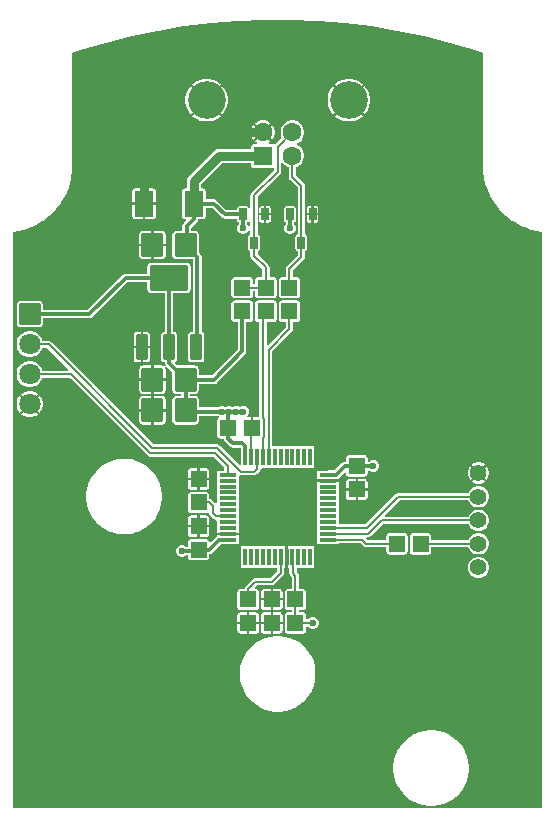
<source format=gtl>
G04*
G04 #@! TF.GenerationSoftware,Altium Limited,Altium Designer,22.3.1 (43)*
G04*
G04 Layer_Physical_Order=1*
G04 Layer_Color=255*
%FSLAX42Y42*%
%MOMM*%
G71*
G04*
G04 #@! TF.SameCoordinates,DE2D453C-2018-43DC-BA3E-C0A36525B8C9*
G04*
G04*
G04 #@! TF.FilePolarity,Positive*
G04*
G01*
G75*
%ADD11C,0.20*%
G04:AMPARAMS|DCode=13|XSize=1.4mm|YSize=1.4mm|CornerRadius=0.07mm|HoleSize=0mm|Usage=FLASHONLY|Rotation=270.000|XOffset=0mm|YOffset=0mm|HoleType=Round|Shape=RoundedRectangle|*
%AMROUNDEDRECTD13*
21,1,1.40,1.26,0,0,270.0*
21,1,1.26,1.40,0,0,270.0*
1,1,0.14,-0.63,-0.63*
1,1,0.14,-0.63,0.63*
1,1,0.14,0.63,0.63*
1,1,0.14,0.63,-0.63*
%
%ADD13ROUNDEDRECTD13*%
%ADD14R,1.45X0.30*%
%ADD15R,0.30X1.45*%
G04:AMPARAMS|DCode=16|XSize=1.4mm|YSize=1.4mm|CornerRadius=0.07mm|HoleSize=0mm|Usage=FLASHONLY|Rotation=0.000|XOffset=0mm|YOffset=0mm|HoleType=Round|Shape=RoundedRectangle|*
%AMROUNDEDRECTD16*
21,1,1.40,1.26,0,0,0.0*
21,1,1.26,1.40,0,0,0.0*
1,1,0.14,0.63,-0.63*
1,1,0.14,-0.63,-0.63*
1,1,0.14,-0.63,0.63*
1,1,0.14,0.63,0.63*
%
%ADD16ROUNDEDRECTD16*%
G04:AMPARAMS|DCode=17|XSize=2mm|YSize=1.8mm|CornerRadius=0.09mm|HoleSize=0mm|Usage=FLASHONLY|Rotation=90.000|XOffset=0mm|YOffset=0mm|HoleType=Round|Shape=RoundedRectangle|*
%AMROUNDEDRECTD17*
21,1,2.00,1.62,0,0,90.0*
21,1,1.82,1.80,0,0,90.0*
1,1,0.18,0.81,0.91*
1,1,0.18,0.81,-0.91*
1,1,0.18,-0.81,-0.91*
1,1,0.18,-0.81,0.91*
%
%ADD17ROUNDEDRECTD17*%
G04:AMPARAMS|DCode=18|XSize=3.25mm|YSize=2.15mm|CornerRadius=0.11mm|HoleSize=0mm|Usage=FLASHONLY|Rotation=180.000|XOffset=0mm|YOffset=0mm|HoleType=Round|Shape=RoundedRectangle|*
%AMROUNDEDRECTD18*
21,1,3.25,1.94,0,0,180.0*
21,1,3.04,2.15,0,0,180.0*
1,1,0.22,-1.52,0.97*
1,1,0.22,1.52,0.97*
1,1,0.22,1.52,-0.97*
1,1,0.22,-1.52,-0.97*
%
%ADD18ROUNDEDRECTD18*%
G04:AMPARAMS|DCode=19|XSize=1mm|YSize=2.15mm|CornerRadius=0.05mm|HoleSize=0mm|Usage=FLASHONLY|Rotation=180.000|XOffset=0mm|YOffset=0mm|HoleType=Round|Shape=RoundedRectangle|*
%AMROUNDEDRECTD19*
21,1,1.00,2.05,0,0,180.0*
21,1,0.90,2.15,0,0,180.0*
1,1,0.10,-0.45,1.02*
1,1,0.10,0.45,1.02*
1,1,0.10,0.45,-1.02*
1,1,0.10,-0.45,-1.02*
%
%ADD19ROUNDEDRECTD19*%
G04:AMPARAMS|DCode=20|XSize=2.2mm|YSize=1.6mm|CornerRadius=0.08mm|HoleSize=0mm|Usage=FLASHONLY|Rotation=270.000|XOffset=0mm|YOffset=0mm|HoleType=Round|Shape=RoundedRectangle|*
%AMROUNDEDRECTD20*
21,1,2.20,1.44,0,0,270.0*
21,1,2.04,1.60,0,0,270.0*
1,1,0.16,-0.72,-1.02*
1,1,0.16,-0.72,1.02*
1,1,0.16,0.72,1.02*
1,1,0.16,0.72,-1.02*
%
%ADD20ROUNDEDRECTD20*%
G04:AMPARAMS|DCode=21|XSize=0.6mm|YSize=1mm|CornerRadius=0.03mm|HoleSize=0mm|Usage=FLASHONLY|Rotation=0.000|XOffset=0mm|YOffset=0mm|HoleType=Round|Shape=RoundedRectangle|*
%AMROUNDEDRECTD21*
21,1,0.60,0.94,0,0,0.0*
21,1,0.54,1.00,0,0,0.0*
1,1,0.06,0.27,-0.47*
1,1,0.06,-0.27,-0.47*
1,1,0.06,-0.27,0.47*
1,1,0.06,0.27,0.47*
%
%ADD21ROUNDEDRECTD21*%
%ADD37C,0.30*%
%ADD38C,0.80*%
%ADD39C,1.80*%
G04:AMPARAMS|DCode=40|XSize=1.8mm|YSize=1.8mm|CornerRadius=0.09mm|HoleSize=0mm|Usage=FLASHONLY|Rotation=270.000|XOffset=0mm|YOffset=0mm|HoleType=Round|Shape=RoundedRectangle|*
%AMROUNDEDRECTD40*
21,1,1.80,1.62,0,0,270.0*
21,1,1.62,1.80,0,0,270.0*
1,1,0.18,-0.81,-0.81*
1,1,0.18,-0.81,0.81*
1,1,0.18,0.81,0.81*
1,1,0.18,0.81,-0.81*
%
%ADD40ROUNDEDRECTD40*%
G04:AMPARAMS|DCode=41|XSize=1.6mm|YSize=1.6mm|CornerRadius=0.08mm|HoleSize=0mm|Usage=FLASHONLY|Rotation=180.000|XOffset=0mm|YOffset=0mm|HoleType=Round|Shape=RoundedRectangle|*
%AMROUNDEDRECTD41*
21,1,1.60,1.44,0,0,180.0*
21,1,1.44,1.60,0,0,180.0*
1,1,0.16,-0.72,0.72*
1,1,0.16,0.72,0.72*
1,1,0.16,0.72,-0.72*
1,1,0.16,-0.72,-0.72*
%
%ADD41ROUNDEDRECTD41*%
%ADD42C,3.20*%
%ADD43C,1.60*%
%ADD44C,1.40*%
%ADD45C,0.60*%
G36*
X2413Y6739D02*
X2640Y6729D01*
X2866Y6711D01*
X3091Y6683D01*
X3314Y6646D01*
X3536Y6599D01*
X3756Y6543D01*
X3973Y6479D01*
X4039Y6456D01*
X4039Y5500D01*
X4039Y5499D01*
X4039Y5498D01*
X4040Y5465D01*
X4041Y5462D01*
X4040Y5459D01*
X4049Y5394D01*
X4050Y5391D01*
X4051Y5387D01*
X4067Y5323D01*
X4069Y5320D01*
X4070Y5316D01*
X4095Y5255D01*
X4097Y5252D01*
X4099Y5248D01*
X4131Y5192D01*
X4134Y5189D01*
X4136Y5185D01*
X4176Y5133D01*
X4179Y5130D01*
X4181Y5127D01*
X4227Y5081D01*
X4230Y5079D01*
X4233Y5076D01*
X4285Y5036D01*
X4289Y5034D01*
X4292Y5031D01*
X4348Y4999D01*
X4352Y4997D01*
X4355Y4995D01*
X4416Y4970D01*
X4420Y4969D01*
X4423Y4967D01*
X4487Y4951D01*
X4491Y4950D01*
X4494Y4949D01*
X4539Y4943D01*
Y61D01*
X61D01*
Y4943D01*
X106Y4949D01*
X109Y4950D01*
X113Y4951D01*
X177Y4967D01*
X180Y4969D01*
X184Y4970D01*
X245Y4995D01*
X248Y4997D01*
X252Y4999D01*
X308Y5031D01*
X311Y5034D01*
X315Y5036D01*
X367Y5076D01*
X370Y5079D01*
X373Y5081D01*
X419Y5127D01*
X421Y5130D01*
X424Y5133D01*
X464Y5185D01*
X466Y5189D01*
X469Y5192D01*
X501Y5248D01*
X503Y5252D01*
X505Y5255D01*
X530Y5316D01*
X531Y5320D01*
X533Y5323D01*
X549Y5387D01*
X550Y5391D01*
X551Y5394D01*
X560Y5459D01*
X559Y5462D01*
X560Y5465D01*
X561Y5498D01*
X561Y5499D01*
X561Y5500D01*
X561Y6456D01*
X627Y6479D01*
X844Y6543D01*
X1064Y6599D01*
X1286Y6646D01*
X1509Y6683D01*
X1734Y6711D01*
X1960Y6729D01*
X2187Y6739D01*
X2413Y6739D01*
D02*
G37*
%LPC*%
G36*
X2920Y6235D02*
X2884D01*
X2849Y6229D01*
X2817Y6215D01*
X2787Y6195D01*
X2782Y6190D01*
X2902Y6070D01*
X3022Y6190D01*
X3017Y6195D01*
X2987Y6215D01*
X2955Y6229D01*
X2920Y6235D01*
D02*
G37*
G36*
X1716D02*
X1680D01*
X1645Y6229D01*
X1613Y6215D01*
X1583Y6195D01*
X1578Y6190D01*
X1698Y6070D01*
X1818Y6190D01*
X1813Y6195D01*
X1783Y6215D01*
X1751Y6229D01*
X1716Y6235D01*
D02*
G37*
G36*
X2768Y6176D02*
X2762Y6170D01*
X2742Y6141D01*
X2729Y6108D01*
X2722Y6073D01*
Y6038D01*
X2729Y6003D01*
X2742Y5970D01*
X2762Y5941D01*
X2768Y5935D01*
X2888Y6056D01*
X2768Y6176D01*
D02*
G37*
G36*
X3036Y6176D02*
X2916Y6056D01*
X3036Y5935D01*
X3042Y5941D01*
X3062Y5970D01*
X3075Y6003D01*
X3082Y6038D01*
Y6073D01*
X3075Y6108D01*
X3062Y6141D01*
X3042Y6170D01*
X3036Y6176D01*
D02*
G37*
G36*
X1832Y6176D02*
X1712Y6056D01*
X1832Y5935D01*
X1838Y5941D01*
X1858Y5970D01*
X1871Y6003D01*
X1878Y6038D01*
Y6073D01*
X1871Y6108D01*
X1858Y6141D01*
X1838Y6170D01*
X1832Y6176D01*
D02*
G37*
G36*
X1564D02*
X1558Y6170D01*
X1538Y6141D01*
X1525Y6108D01*
X1518Y6073D01*
Y6038D01*
X1525Y6003D01*
X1538Y5970D01*
X1558Y5941D01*
X1564Y5935D01*
X1684Y6056D01*
X1564Y6176D01*
D02*
G37*
G36*
X2902Y6041D02*
X2782Y5921D01*
X2787Y5916D01*
X2817Y5896D01*
X2849Y5882D01*
X2884Y5876D01*
X2920D01*
X2955Y5882D01*
X2987Y5896D01*
X3017Y5916D01*
X3022Y5921D01*
X2902Y6041D01*
D02*
G37*
G36*
X1698Y6041D02*
X1578Y5921D01*
X1583Y5916D01*
X1613Y5896D01*
X1645Y5882D01*
X1680Y5876D01*
X1716D01*
X1751Y5882D01*
X1783Y5896D01*
X1813Y5916D01*
X1818Y5921D01*
X1698Y6041D01*
D02*
G37*
G36*
X2188Y5885D02*
X2162D01*
X2136Y5878D01*
X2114Y5865D01*
X2111Y5862D01*
X2175Y5799D01*
X2239Y5862D01*
X2236Y5865D01*
X2214Y5878D01*
X2188Y5885D01*
D02*
G37*
G36*
X2253Y5848D02*
X2189Y5784D01*
X2253Y5721D01*
X2255Y5723D01*
X2268Y5746D01*
X2275Y5771D01*
Y5798D01*
X2268Y5823D01*
X2255Y5846D01*
X2253Y5848D01*
D02*
G37*
G36*
X2097Y5848D02*
X2095Y5846D01*
X2082Y5823D01*
X2075Y5798D01*
Y5771D01*
X2082Y5746D01*
X2095Y5723D01*
X2097Y5721D01*
X2161Y5784D01*
X2097Y5848D01*
D02*
G37*
G36*
X2438Y5885D02*
X2412D01*
X2386Y5878D01*
X2364Y5865D01*
X2345Y5846D01*
X2332Y5823D01*
X2325Y5798D01*
Y5771D01*
X2332Y5746D01*
X2336Y5739D01*
X2279Y5682D01*
X2278Y5681D01*
X2262Y5680D01*
X2258Y5683D01*
X2247Y5685D01*
X2228D01*
X2225Y5698D01*
X2236Y5704D01*
X2239Y5707D01*
X2175Y5770D01*
X2111Y5707D01*
X2114Y5704D01*
X2125Y5698D01*
X2122Y5685D01*
X2103D01*
X2092Y5683D01*
X2083Y5677D01*
X2077Y5667D01*
X2074Y5656D01*
Y5646D01*
X1805D01*
X1781Y5641D01*
X1761Y5628D01*
X1547Y5413D01*
X1533Y5393D01*
X1529Y5370D01*
Y5311D01*
X1518D01*
X1507Y5308D01*
X1498Y5302D01*
X1492Y5293D01*
X1489Y5282D01*
Y5078D01*
X1492Y5067D01*
X1498Y5058D01*
X1507Y5052D01*
X1518Y5049D01*
X1522D01*
X1527Y5038D01*
X1505Y5015D01*
X1497Y5004D01*
X1494Y4990D01*
Y4951D01*
X1439D01*
X1428Y4948D01*
X1418Y4942D01*
X1412Y4932D01*
X1409Y4921D01*
Y4739D01*
X1412Y4728D01*
X1418Y4718D01*
X1428Y4712D01*
X1439Y4709D01*
X1584D01*
Y4095D01*
X1565D01*
X1555Y4094D01*
X1547Y4088D01*
X1541Y4080D01*
X1540Y4070D01*
Y3865D01*
X1541Y3855D01*
X1547Y3847D01*
X1555Y3841D01*
X1565Y3840D01*
X1655D01*
X1665Y3841D01*
X1673Y3847D01*
X1679Y3855D01*
X1680Y3865D01*
Y4070D01*
X1679Y4080D01*
X1673Y4088D01*
X1665Y4094D01*
X1656Y4095D01*
Y4730D01*
X1653Y4744D01*
X1645Y4755D01*
X1631Y4770D01*
Y4921D01*
X1628Y4932D01*
X1622Y4942D01*
X1612Y4948D01*
X1601Y4951D01*
X1566D01*
Y4975D01*
X1615Y5025D01*
X1623Y5036D01*
X1626Y5049D01*
X1662D01*
X1673Y5052D01*
X1682Y5058D01*
X1688Y5067D01*
X1691Y5078D01*
Y5144D01*
X1745D01*
X1825Y5065D01*
X1836Y5057D01*
X1850Y5054D01*
X1955D01*
Y5043D01*
X1956Y5034D01*
X1961Y5026D01*
X1969Y5021D01*
X1969Y5021D01*
Y5005D01*
X1963Y4998D01*
X1955Y4980D01*
Y4960D01*
X1963Y4942D01*
X1977Y4928D01*
X1995Y4920D01*
X2015D01*
X2033Y4928D01*
X2047Y4942D01*
X2055Y4960D01*
Y4980D01*
X2047Y4998D01*
X2041Y5005D01*
Y5021D01*
X2041Y5021D01*
X2049Y5026D01*
X2054Y5034D01*
X2055Y5043D01*
Y5137D01*
X2054Y5146D01*
X2049Y5154D01*
X2041Y5159D01*
X2032Y5160D01*
X1978D01*
X1969Y5159D01*
X1961Y5154D01*
X1956Y5146D01*
X1955Y5137D01*
Y5126D01*
X1865D01*
X1785Y5205D01*
X1774Y5213D01*
X1760Y5216D01*
X1691D01*
Y5282D01*
X1688Y5293D01*
X1682Y5302D01*
X1673Y5308D01*
X1662Y5311D01*
X1651D01*
Y5345D01*
X1830Y5523D01*
X2074D01*
Y5512D01*
X2077Y5502D01*
X2083Y5492D01*
X2092Y5486D01*
X2103Y5484D01*
X2247D01*
X2257Y5486D01*
X2259Y5486D01*
X2269Y5479D01*
Y5463D01*
X2078Y5272D01*
X2072Y5262D01*
X2069Y5250D01*
X2069Y5250D01*
Y4920D01*
X2064Y4919D01*
X2056Y4914D01*
X2051Y4906D01*
X2050Y4897D01*
Y4803D01*
X2051Y4794D01*
X2056Y4786D01*
X2064Y4781D01*
X2069Y4780D01*
Y4740D01*
X2069Y4740D01*
X2072Y4728D01*
X2078Y4718D01*
X2169Y4627D01*
Y4561D01*
X2137D01*
X2126Y4558D01*
X2118Y4552D01*
X2112Y4544D01*
X2109Y4533D01*
Y4501D01*
X2091D01*
Y4533D01*
X2088Y4544D01*
X2082Y4552D01*
X2074Y4558D01*
X2063Y4561D01*
X1937D01*
X1926Y4558D01*
X1918Y4552D01*
X1912Y4544D01*
X1909Y4533D01*
Y4407D01*
X1912Y4396D01*
X1918Y4388D01*
X1926Y4382D01*
X1937Y4379D01*
X2063D01*
X2074Y4382D01*
X2082Y4388D01*
X2088Y4396D01*
X2091Y4407D01*
Y4439D01*
X2109D01*
Y4407D01*
X2112Y4396D01*
X2118Y4388D01*
X2126Y4382D01*
X2137Y4379D01*
X2263D01*
X2274Y4382D01*
X2282Y4388D01*
X2288Y4396D01*
X2291Y4407D01*
Y4533D01*
X2288Y4544D01*
X2282Y4552D01*
X2274Y4558D01*
X2263Y4561D01*
X2231D01*
Y4640D01*
X2228Y4652D01*
X2222Y4662D01*
X2222Y4662D01*
X2131Y4753D01*
Y4780D01*
X2136Y4781D01*
X2144Y4786D01*
X2149Y4794D01*
X2150Y4803D01*
Y4897D01*
X2149Y4906D01*
X2144Y4914D01*
X2136Y4919D01*
X2131Y4920D01*
Y5237D01*
X2322Y5428D01*
X2322Y5428D01*
X2328Y5438D01*
X2331Y5450D01*
X2331Y5450D01*
Y5523D01*
X2343Y5526D01*
X2345Y5523D01*
X2364Y5504D01*
X2386Y5491D01*
X2394Y5489D01*
Y5405D01*
X2394Y5405D01*
X2397Y5393D01*
X2403Y5383D01*
X2469Y5317D01*
Y4920D01*
X2464Y4919D01*
X2456Y4914D01*
X2451Y4906D01*
X2450Y4897D01*
Y4803D01*
X2451Y4794D01*
X2456Y4786D01*
X2464Y4781D01*
X2469Y4780D01*
Y4743D01*
X2378Y4652D01*
X2372Y4642D01*
X2369Y4630D01*
X2369Y4630D01*
Y4561D01*
X2337D01*
X2326Y4558D01*
X2318Y4552D01*
X2312Y4544D01*
X2309Y4533D01*
Y4407D01*
X2312Y4396D01*
X2318Y4388D01*
X2326Y4382D01*
X2337Y4379D01*
X2463D01*
X2474Y4382D01*
X2482Y4388D01*
X2488Y4396D01*
X2491Y4407D01*
Y4533D01*
X2488Y4544D01*
X2482Y4552D01*
X2474Y4558D01*
X2463Y4561D01*
X2431D01*
Y4617D01*
X2522Y4708D01*
X2528Y4718D01*
X2531Y4730D01*
X2531Y4730D01*
Y4780D01*
X2536Y4781D01*
X2544Y4786D01*
X2549Y4794D01*
X2550Y4803D01*
Y4897D01*
X2549Y4906D01*
X2544Y4914D01*
X2536Y4919D01*
X2531Y4920D01*
Y5330D01*
X2528Y5342D01*
X2522Y5352D01*
X2522Y5352D01*
X2456Y5418D01*
Y5489D01*
X2464Y5491D01*
X2486Y5504D01*
X2505Y5523D01*
X2518Y5546D01*
X2525Y5571D01*
Y5598D01*
X2518Y5623D01*
X2505Y5646D01*
X2486Y5665D01*
X2464Y5678D01*
X2463Y5678D01*
Y5691D01*
X2464Y5691D01*
X2486Y5704D01*
X2505Y5723D01*
X2518Y5746D01*
X2525Y5771D01*
Y5798D01*
X2518Y5823D01*
X2505Y5846D01*
X2486Y5865D01*
X2464Y5878D01*
X2438Y5885D01*
D02*
G37*
G36*
X1242Y5311D02*
X1180D01*
Y5190D01*
X1271D01*
Y5282D01*
X1268Y5293D01*
X1262Y5302D01*
X1253Y5308D01*
X1242Y5311D01*
D02*
G37*
G36*
X1160D02*
X1098D01*
X1087Y5308D01*
X1078Y5302D01*
X1072Y5293D01*
X1069Y5282D01*
Y5190D01*
X1160D01*
Y5311D01*
D02*
G37*
G36*
X2622Y5160D02*
X2605D01*
Y5100D01*
X2645D01*
Y5137D01*
X2644Y5146D01*
X2639Y5154D01*
X2631Y5159D01*
X2622Y5160D01*
D02*
G37*
G36*
X2585D02*
X2568D01*
X2559Y5159D01*
X2551Y5154D01*
X2546Y5146D01*
X2545Y5137D01*
Y5100D01*
X2585D01*
Y5160D01*
D02*
G37*
G36*
X2222D02*
X2205D01*
Y5100D01*
X2245D01*
Y5137D01*
X2244Y5146D01*
X2239Y5154D01*
X2231Y5159D01*
X2222Y5160D01*
D02*
G37*
G36*
X2185D02*
X2168D01*
X2159Y5159D01*
X2151Y5154D01*
X2146Y5146D01*
X2145Y5137D01*
Y5100D01*
X2185D01*
Y5160D01*
D02*
G37*
G36*
X1271Y5170D02*
X1180D01*
Y5049D01*
X1242D01*
X1253Y5052D01*
X1262Y5058D01*
X1268Y5067D01*
X1271Y5078D01*
Y5170D01*
D02*
G37*
G36*
X1160D02*
X1069D01*
Y5078D01*
X1072Y5067D01*
X1078Y5058D01*
X1087Y5052D01*
X1098Y5049D01*
X1160D01*
Y5170D01*
D02*
G37*
G36*
X2645Y5080D02*
X2605D01*
Y5020D01*
X2622D01*
X2631Y5021D01*
X2639Y5026D01*
X2644Y5034D01*
X2645Y5043D01*
Y5080D01*
D02*
G37*
G36*
X2585D02*
X2545D01*
Y5043D01*
X2546Y5034D01*
X2551Y5026D01*
X2559Y5021D01*
X2568Y5020D01*
X2585D01*
Y5080D01*
D02*
G37*
G36*
X2245D02*
X2205D01*
Y5020D01*
X2222D01*
X2231Y5021D01*
X2239Y5026D01*
X2244Y5034D01*
X2245Y5043D01*
Y5080D01*
D02*
G37*
G36*
X2185D02*
X2145D01*
Y5043D01*
X2146Y5034D01*
X2151Y5026D01*
X2159Y5021D01*
X2168Y5020D01*
X2185D01*
Y5080D01*
D02*
G37*
G36*
X2432Y5160D02*
X2378D01*
X2369Y5159D01*
X2361Y5154D01*
X2356Y5146D01*
X2355Y5137D01*
Y5043D01*
X2356Y5034D01*
X2361Y5026D01*
X2369Y5021D01*
X2369Y5021D01*
Y5005D01*
X2363Y4998D01*
X2355Y4980D01*
Y4960D01*
X2363Y4942D01*
X2377Y4928D01*
X2395Y4920D01*
X2415D01*
X2433Y4928D01*
X2447Y4942D01*
X2455Y4960D01*
Y4980D01*
X2447Y4998D01*
X2441Y5005D01*
Y5021D01*
X2441Y5021D01*
X2449Y5026D01*
X2454Y5034D01*
X2455Y5043D01*
Y5137D01*
X2454Y5146D01*
X2449Y5154D01*
X2441Y5159D01*
X2432Y5160D01*
D02*
G37*
G36*
X1321Y4951D02*
X1250D01*
Y4840D01*
X1351D01*
Y4921D01*
X1348Y4932D01*
X1342Y4942D01*
X1332Y4948D01*
X1321Y4951D01*
D02*
G37*
G36*
X1230D02*
X1159D01*
X1148Y4948D01*
X1138Y4942D01*
X1132Y4932D01*
X1129Y4921D01*
Y4840D01*
X1230D01*
Y4951D01*
D02*
G37*
G36*
X1351Y4820D02*
X1250D01*
Y4709D01*
X1321D01*
X1332Y4712D01*
X1342Y4718D01*
X1348Y4728D01*
X1351Y4739D01*
Y4820D01*
D02*
G37*
G36*
X1230D02*
X1129D01*
Y4739D01*
X1132Y4728D01*
X1138Y4718D01*
X1148Y4712D01*
X1159Y4709D01*
X1230D01*
Y4820D01*
D02*
G37*
G36*
X1195Y4095D02*
X1160D01*
Y3978D01*
X1220D01*
Y4070D01*
X1219Y4080D01*
X1213Y4088D01*
X1205Y4094D01*
X1195Y4095D01*
D02*
G37*
G36*
X1140D02*
X1105D01*
X1095Y4094D01*
X1087Y4088D01*
X1081Y4080D01*
X1080Y4070D01*
Y3978D01*
X1140D01*
Y4095D01*
D02*
G37*
G36*
X1220Y3958D02*
X1160D01*
Y3840D01*
X1195D01*
X1205Y3841D01*
X1213Y3847D01*
X1219Y3855D01*
X1220Y3865D01*
Y3958D01*
D02*
G37*
G36*
X1140D02*
X1080D01*
Y3865D01*
X1081Y3855D01*
X1087Y3847D01*
X1095Y3841D01*
X1105Y3840D01*
X1140D01*
Y3958D01*
D02*
G37*
G36*
X1532Y4681D02*
X1228D01*
X1216Y4678D01*
X1206Y4671D01*
X1199Y4661D01*
X1197Y4649D01*
Y4588D01*
X1012D01*
X999Y4585D01*
X987Y4578D01*
X689Y4280D01*
X311D01*
Y4325D01*
X308Y4336D01*
X302Y4346D01*
X292Y4352D01*
X281Y4355D01*
X119D01*
X108Y4352D01*
X98Y4346D01*
X92Y4336D01*
X89Y4325D01*
Y4163D01*
X92Y4152D01*
X98Y4142D01*
X108Y4136D01*
X119Y4133D01*
X281D01*
X292Y4136D01*
X302Y4142D01*
X308Y4152D01*
X311Y4163D01*
Y4208D01*
X704D01*
X718Y4211D01*
X729Y4219D01*
X1027Y4517D01*
X1197D01*
Y4456D01*
X1199Y4444D01*
X1206Y4434D01*
X1216Y4427D01*
X1228Y4424D01*
X1344D01*
Y4095D01*
X1335D01*
X1325Y4094D01*
X1317Y4088D01*
X1311Y4080D01*
X1310Y4070D01*
Y3865D01*
X1311Y3855D01*
X1317Y3847D01*
X1325Y3841D01*
X1335Y3840D01*
X1344D01*
Y3830D01*
X1347Y3816D01*
X1352Y3810D01*
X1342Y3802D01*
X1338Y3804D01*
X1332Y3808D01*
X1321Y3811D01*
X1250D01*
Y3700D01*
X1351D01*
Y3781D01*
X1348Y3792D01*
X1348Y3792D01*
X1348Y3793D01*
X1347Y3796D01*
X1356Y3803D01*
X1360Y3800D01*
X1409Y3750D01*
Y3599D01*
X1412Y3588D01*
X1418Y3578D01*
X1428Y3572D01*
X1439Y3569D01*
X1484D01*
Y3551D01*
X1439D01*
X1428Y3548D01*
X1418Y3542D01*
X1412Y3532D01*
X1409Y3521D01*
Y3339D01*
X1412Y3328D01*
X1418Y3318D01*
X1428Y3312D01*
X1439Y3309D01*
X1601D01*
X1612Y3312D01*
X1622Y3318D01*
X1628Y3328D01*
X1631Y3339D01*
Y3384D01*
X1795D01*
X1800Y3379D01*
X1801Y3370D01*
X1800Y3364D01*
X1798Y3362D01*
X1792Y3354D01*
X1789Y3343D01*
Y3217D01*
X1792Y3206D01*
X1798Y3198D01*
X1806Y3192D01*
X1817Y3189D01*
X1844D01*
X1847Y3176D01*
X1855Y3165D01*
X1895Y3125D01*
X1906Y3117D01*
X1920Y3114D01*
X1985D01*
X1989Y3110D01*
Y3033D01*
X1990Y3029D01*
Y2970D01*
X1978Y2965D01*
X1812Y3132D01*
X1802Y3138D01*
X1790Y3141D01*
X1790Y3141D01*
X1253D01*
X382Y4012D01*
X372Y4018D01*
X360Y4021D01*
X360Y4021D01*
X306D01*
X303Y4032D01*
X288Y4058D01*
X268Y4078D01*
X242Y4093D01*
X214Y4100D01*
X186D01*
X158Y4093D01*
X132Y4078D01*
X112Y4058D01*
X97Y4032D01*
X90Y4004D01*
Y3976D01*
X97Y3948D01*
X112Y3922D01*
X132Y3902D01*
X158Y3887D01*
X186Y3880D01*
X214D01*
X242Y3887D01*
X268Y3902D01*
X288Y3922D01*
X303Y3948D01*
X306Y3959D01*
X347D01*
X528Y3778D01*
X524Y3767D01*
X306D01*
X303Y3778D01*
X288Y3804D01*
X268Y3824D01*
X242Y3839D01*
X214Y3846D01*
X186D01*
X158Y3839D01*
X132Y3824D01*
X112Y3804D01*
X97Y3778D01*
X90Y3750D01*
Y3722D01*
X97Y3694D01*
X112Y3668D01*
X132Y3648D01*
X158Y3633D01*
X186Y3626D01*
X214D01*
X242Y3633D01*
X268Y3648D01*
X288Y3668D01*
X303Y3694D01*
X306Y3705D01*
X541D01*
X1198Y3048D01*
X1198Y3048D01*
X1208Y3042D01*
X1220Y3039D01*
X1757D01*
X1847Y2950D01*
Y2920D01*
X1785D01*
Y2850D01*
Y2750D01*
Y2644D01*
X1772Y2641D01*
X1772Y2642D01*
X1772Y2642D01*
X1742Y2672D01*
X1732Y2678D01*
X1721Y2680D01*
Y2713D01*
X1718Y2724D01*
X1712Y2732D01*
X1704Y2738D01*
X1693Y2741D01*
X1567D01*
X1556Y2738D01*
X1548Y2732D01*
X1542Y2724D01*
X1539Y2713D01*
Y2587D01*
X1542Y2576D01*
X1548Y2568D01*
X1556Y2562D01*
X1567Y2559D01*
X1693D01*
X1704Y2562D01*
X1707Y2564D01*
X1707Y2564D01*
X1721Y2559D01*
X1722Y2553D01*
X1728Y2543D01*
X1758Y2513D01*
X1758Y2513D01*
X1768Y2507D01*
X1780Y2504D01*
X1785Y2494D01*
Y2395D01*
X1877D01*
X1970D01*
Y2450D01*
Y2550D01*
Y2650D01*
Y2750D01*
Y2873D01*
X1983Y2881D01*
X1990Y2879D01*
X2100D01*
X2100Y2879D01*
X2112Y2882D01*
X2122Y2888D01*
X2147Y2913D01*
X2147Y2913D01*
X2153Y2923D01*
X2156Y2935D01*
X2166Y2940D01*
X2610D01*
Y3125D01*
X2256D01*
Y3932D01*
X2422Y4098D01*
X2422Y4098D01*
X2428Y4108D01*
X2431Y4120D01*
X2431Y4120D01*
Y4179D01*
X2463D01*
X2474Y4182D01*
X2482Y4188D01*
X2488Y4196D01*
X2491Y4207D01*
Y4333D01*
X2488Y4344D01*
X2482Y4352D01*
X2474Y4358D01*
X2463Y4361D01*
X2337D01*
X2326Y4358D01*
X2318Y4352D01*
X2312Y4344D01*
X2309Y4333D01*
Y4207D01*
X2312Y4196D01*
X2318Y4188D01*
X2326Y4182D01*
X2337Y4179D01*
X2369D01*
Y4133D01*
X2217Y3981D01*
X2206Y3985D01*
Y4179D01*
X2263D01*
X2274Y4182D01*
X2282Y4188D01*
X2288Y4196D01*
X2291Y4207D01*
Y4333D01*
X2288Y4344D01*
X2282Y4352D01*
X2274Y4358D01*
X2263Y4361D01*
X2137D01*
X2126Y4358D01*
X2118Y4352D01*
X2112Y4344D01*
X2109Y4333D01*
Y4207D01*
X2112Y4196D01*
X2118Y4188D01*
X2126Y4182D01*
X2137Y4179D01*
X2144D01*
Y3372D01*
X2143Y3371D01*
X2090D01*
Y3280D01*
X2070D01*
Y3371D01*
X2049D01*
X2044Y3383D01*
X2052Y3392D01*
X2060Y3410D01*
Y3430D01*
X2052Y3448D01*
X2038Y3462D01*
X2020Y3470D01*
X2000D01*
X1982Y3462D01*
X1980Y3461D01*
X1978Y3462D01*
X1960Y3470D01*
X1940D01*
X1922Y3462D01*
X1920Y3461D01*
X1918Y3462D01*
X1900Y3470D01*
X1880D01*
X1862Y3462D01*
X1860Y3461D01*
X1858Y3462D01*
X1840Y3470D01*
X1820D01*
X1802Y3462D01*
X1795Y3456D01*
X1631D01*
Y3521D01*
X1628Y3532D01*
X1622Y3542D01*
X1612Y3548D01*
X1601Y3551D01*
X1556D01*
Y3569D01*
X1601D01*
X1612Y3572D01*
X1622Y3578D01*
X1628Y3588D01*
X1631Y3599D01*
Y3654D01*
X1760D01*
X1774Y3657D01*
X1785Y3665D01*
X2025Y3905D01*
X2033Y3916D01*
X2036Y3930D01*
Y4179D01*
X2063D01*
X2074Y4182D01*
X2082Y4188D01*
X2088Y4196D01*
X2091Y4207D01*
Y4333D01*
X2088Y4344D01*
X2082Y4352D01*
X2074Y4358D01*
X2063Y4361D01*
X1937D01*
X1926Y4358D01*
X1918Y4352D01*
X1912Y4344D01*
X1909Y4333D01*
Y4207D01*
X1912Y4196D01*
X1918Y4188D01*
X1926Y4182D01*
X1937Y4179D01*
X1964D01*
Y3945D01*
X1745Y3726D01*
X1631D01*
Y3781D01*
X1628Y3792D01*
X1622Y3802D01*
X1612Y3808D01*
X1601Y3811D01*
X1450D01*
X1432Y3828D01*
X1434Y3839D01*
X1436Y3842D01*
X1443Y3847D01*
X1449Y3855D01*
X1450Y3865D01*
Y4070D01*
X1449Y4080D01*
X1443Y4088D01*
X1435Y4094D01*
X1425Y4095D01*
X1416D01*
Y4424D01*
X1532D01*
X1544Y4427D01*
X1554Y4434D01*
X1561Y4444D01*
X1563Y4456D01*
Y4649D01*
X1561Y4661D01*
X1554Y4671D01*
X1544Y4678D01*
X1532Y4681D01*
D02*
G37*
G36*
X1230Y3811D02*
X1159D01*
X1148Y3808D01*
X1138Y3802D01*
X1132Y3792D01*
X1129Y3781D01*
Y3700D01*
X1230D01*
Y3811D01*
D02*
G37*
G36*
X1351Y3680D02*
X1250D01*
Y3569D01*
X1321D01*
X1332Y3572D01*
X1342Y3578D01*
X1348Y3588D01*
X1351Y3599D01*
Y3680D01*
D02*
G37*
G36*
X1230D02*
X1129D01*
Y3599D01*
X1132Y3588D01*
X1138Y3578D01*
X1148Y3572D01*
X1159Y3569D01*
X1230D01*
Y3680D01*
D02*
G37*
G36*
X214Y3592D02*
X186D01*
X158Y3585D01*
X132Y3570D01*
X129Y3567D01*
X200Y3496D01*
X271Y3567D01*
X268Y3570D01*
X242Y3585D01*
X214Y3592D01*
D02*
G37*
G36*
X1321Y3551D02*
X1250D01*
Y3440D01*
X1351D01*
Y3521D01*
X1348Y3532D01*
X1342Y3542D01*
X1332Y3548D01*
X1321Y3551D01*
D02*
G37*
G36*
X1230D02*
X1159D01*
X1148Y3548D01*
X1138Y3542D01*
X1132Y3532D01*
X1129Y3521D01*
Y3440D01*
X1230D01*
Y3551D01*
D02*
G37*
G36*
X285Y3553D02*
X214Y3482D01*
X285Y3411D01*
X288Y3414D01*
X303Y3440D01*
X310Y3468D01*
Y3496D01*
X303Y3524D01*
X288Y3550D01*
X285Y3553D01*
D02*
G37*
G36*
X115D02*
X112Y3550D01*
X97Y3524D01*
X90Y3496D01*
Y3468D01*
X97Y3440D01*
X112Y3414D01*
X115Y3411D01*
X186Y3482D01*
X115Y3553D01*
D02*
G37*
G36*
X200Y3468D02*
X129Y3397D01*
X132Y3394D01*
X158Y3379D01*
X186Y3372D01*
X214D01*
X242Y3379D01*
X268Y3394D01*
X271Y3397D01*
X200Y3468D01*
D02*
G37*
G36*
X1351Y3420D02*
X1250D01*
Y3309D01*
X1321D01*
X1332Y3312D01*
X1342Y3318D01*
X1348Y3328D01*
X1351Y3339D01*
Y3420D01*
D02*
G37*
G36*
X1230D02*
X1129D01*
Y3339D01*
X1132Y3328D01*
X1138Y3318D01*
X1148Y3312D01*
X1159Y3309D01*
X1230D01*
Y3420D01*
D02*
G37*
G36*
X1020Y3020D02*
X980D01*
X979Y3020D01*
X978Y3020D01*
X939Y3015D01*
X937Y3015D01*
X936Y3015D01*
X898Y3004D01*
X897Y3004D01*
X896Y3004D01*
X859Y2988D01*
X858Y2988D01*
X857Y2987D01*
X823Y2968D01*
X822Y2967D01*
X821Y2966D01*
X789Y2942D01*
X788Y2941D01*
X787Y2940D01*
X760Y2913D01*
X759Y2912D01*
X758Y2911D01*
X734Y2879D01*
X733Y2878D01*
X732Y2877D01*
X713Y2843D01*
X712Y2842D01*
X712Y2841D01*
X696Y2804D01*
X696Y2803D01*
X696Y2802D01*
X685Y2764D01*
X685Y2763D01*
X685Y2761D01*
X680Y2722D01*
X680Y2721D01*
X680Y2720D01*
Y2680D01*
X680Y2679D01*
X680Y2678D01*
X685Y2639D01*
X685Y2637D01*
X685Y2636D01*
X696Y2598D01*
X696Y2597D01*
X696Y2596D01*
X712Y2559D01*
X712Y2558D01*
X713Y2557D01*
X732Y2523D01*
X733Y2522D01*
X734Y2521D01*
X758Y2489D01*
X759Y2488D01*
X760Y2487D01*
X787Y2460D01*
X788Y2459D01*
X789Y2458D01*
X821Y2434D01*
X822Y2433D01*
X823Y2432D01*
X857Y2413D01*
X858Y2412D01*
X859Y2412D01*
X896Y2396D01*
X897Y2396D01*
X898Y2396D01*
X936Y2385D01*
X937Y2385D01*
X939Y2385D01*
X978Y2380D01*
X979Y2380D01*
X980Y2380D01*
X1020D01*
X1021Y2380D01*
X1022Y2380D01*
X1061Y2385D01*
X1063Y2385D01*
X1064Y2385D01*
X1102Y2396D01*
X1103Y2396D01*
X1104Y2396D01*
X1141Y2412D01*
X1142Y2412D01*
X1143Y2413D01*
X1177Y2432D01*
X1178Y2433D01*
X1179Y2434D01*
X1211Y2458D01*
X1212Y2459D01*
X1213Y2460D01*
X1240Y2487D01*
X1241Y2488D01*
X1242Y2489D01*
X1266Y2521D01*
X1267Y2522D01*
X1268Y2523D01*
X1287Y2557D01*
X1288Y2558D01*
X1288Y2559D01*
X1304Y2596D01*
X1304Y2597D01*
X1304Y2598D01*
X1315Y2636D01*
X1315Y2637D01*
X1315Y2639D01*
X1320Y2678D01*
X1320Y2679D01*
X1320Y2680D01*
Y2720D01*
X1320Y2721D01*
X1320Y2722D01*
X1315Y2761D01*
X1315Y2763D01*
X1315Y2764D01*
X1304Y2802D01*
X1304Y2803D01*
X1304Y2804D01*
X1288Y2841D01*
X1288Y2842D01*
X1287Y2843D01*
X1268Y2877D01*
X1267Y2878D01*
X1266Y2879D01*
X1242Y2911D01*
X1241Y2912D01*
X1240Y2913D01*
X1213Y2940D01*
X1212Y2941D01*
X1211Y2942D01*
X1179Y2966D01*
X1178Y2967D01*
X1177Y2968D01*
X1143Y2987D01*
X1142Y2988D01*
X1141Y2988D01*
X1104Y3004D01*
X1103Y3004D01*
X1102Y3004D01*
X1064Y3015D01*
X1063Y3015D01*
X1061Y3015D01*
X1022Y3020D01*
X1021Y3020D01*
X1020Y3020D01*
D02*
G37*
G36*
X4012Y2990D02*
X3988D01*
X3965Y2984D01*
X3945Y2972D01*
X3943Y2971D01*
X4000Y2914D01*
X4057Y2971D01*
X4055Y2972D01*
X4035Y2984D01*
X4012Y2990D01*
D02*
G37*
G36*
X3033Y3051D02*
X2907D01*
X2896Y3048D01*
X2888Y3042D01*
X2882Y3034D01*
X2879Y3023D01*
Y2996D01*
X2870D01*
X2856Y2993D01*
X2845Y2985D01*
X2780Y2921D01*
X2723D01*
X2719Y2920D01*
X2630D01*
Y2845D01*
X2723D01*
X2815D01*
Y2856D01*
X2820Y2860D01*
X2868Y2907D01*
X2879Y2902D01*
Y2897D01*
X2882Y2886D01*
X2888Y2878D01*
X2896Y2872D01*
X2907Y2869D01*
X3033D01*
X3044Y2872D01*
X3052Y2878D01*
X3058Y2886D01*
X3061Y2897D01*
Y2924D01*
X3075D01*
X3082Y2918D01*
X3100Y2910D01*
X3120D01*
X3138Y2918D01*
X3152Y2932D01*
X3160Y2950D01*
Y2970D01*
X3152Y2988D01*
X3138Y3002D01*
X3120Y3010D01*
X3100D01*
X3082Y3002D01*
X3075Y2996D01*
X3061D01*
Y3023D01*
X3058Y3034D01*
X3052Y3042D01*
X3044Y3048D01*
X3033Y3051D01*
D02*
G37*
G36*
X1693Y2941D02*
X1640D01*
Y2860D01*
X1721D01*
Y2913D01*
X1718Y2924D01*
X1712Y2932D01*
X1704Y2938D01*
X1693Y2941D01*
D02*
G37*
G36*
X1620D02*
X1567D01*
X1556Y2938D01*
X1548Y2932D01*
X1542Y2924D01*
X1539Y2913D01*
Y2860D01*
X1620D01*
Y2941D01*
D02*
G37*
G36*
X4071Y2957D02*
X4014Y2900D01*
X4071Y2843D01*
X4072Y2845D01*
X4084Y2865D01*
X4090Y2888D01*
Y2912D01*
X4084Y2935D01*
X4072Y2955D01*
X4071Y2957D01*
D02*
G37*
G36*
X3929Y2957D02*
X3928Y2955D01*
X3916Y2935D01*
X3910Y2912D01*
Y2888D01*
X3916Y2865D01*
X3928Y2845D01*
X3929Y2843D01*
X3986Y2900D01*
X3929Y2957D01*
D02*
G37*
G36*
X4000Y2886D02*
X3943Y2829D01*
X3945Y2828D01*
X3965Y2816D01*
X3988Y2810D01*
X4012D01*
X4035Y2816D01*
X4055Y2828D01*
X4057Y2829D01*
X4000Y2886D01*
D02*
G37*
G36*
X3033Y2851D02*
X2980D01*
Y2770D01*
X3061D01*
Y2823D01*
X3058Y2834D01*
X3052Y2842D01*
X3044Y2848D01*
X3033Y2851D01*
D02*
G37*
G36*
X2960D02*
X2907D01*
X2896Y2848D01*
X2888Y2842D01*
X2882Y2834D01*
X2879Y2823D01*
Y2770D01*
X2960D01*
Y2851D01*
D02*
G37*
G36*
X1721Y2840D02*
X1640D01*
Y2759D01*
X1693D01*
X1704Y2762D01*
X1712Y2768D01*
X1718Y2776D01*
X1721Y2787D01*
Y2840D01*
D02*
G37*
G36*
X1620D02*
X1539D01*
Y2787D01*
X1542Y2776D01*
X1548Y2768D01*
X1556Y2762D01*
X1567Y2759D01*
X1620D01*
Y2840D01*
D02*
G37*
G36*
X3061Y2750D02*
X2980D01*
Y2669D01*
X3033D01*
X3044Y2672D01*
X3052Y2678D01*
X3058Y2686D01*
X3061Y2697D01*
Y2750D01*
D02*
G37*
G36*
X2960D02*
X2879D01*
Y2697D01*
X2882Y2686D01*
X2888Y2678D01*
X2896Y2672D01*
X2907Y2669D01*
X2960D01*
Y2750D01*
D02*
G37*
G36*
X2815Y2825D02*
X2723D01*
X2630D01*
Y2800D01*
Y2700D01*
Y2600D01*
Y2500D01*
Y2400D01*
Y2300D01*
X2815D01*
Y2304D01*
X3002D01*
X3028Y2278D01*
X3038Y2272D01*
X3050Y2269D01*
X3050Y2269D01*
X3219D01*
Y2237D01*
X3222Y2226D01*
X3228Y2218D01*
X3236Y2212D01*
X3247Y2209D01*
X3373D01*
X3384Y2212D01*
X3392Y2218D01*
X3398Y2226D01*
X3401Y2237D01*
Y2363D01*
X3398Y2374D01*
X3392Y2382D01*
X3384Y2388D01*
X3373Y2391D01*
X3247D01*
X3236Y2388D01*
X3228Y2382D01*
X3222Y2374D01*
X3219Y2363D01*
Y2331D01*
X3063D01*
X3051Y2343D01*
X3055Y2354D01*
X3065D01*
X3065Y2354D01*
X3077Y2357D01*
X3087Y2363D01*
X3193Y2469D01*
X3915D01*
X3916Y2465D01*
X3928Y2445D01*
X3945Y2428D01*
X3965Y2416D01*
X3988Y2410D01*
X4012D01*
X4035Y2416D01*
X4055Y2428D01*
X4072Y2445D01*
X4084Y2465D01*
X4090Y2488D01*
Y2512D01*
X4084Y2535D01*
X4072Y2555D01*
X4055Y2572D01*
X4035Y2584D01*
X4012Y2590D01*
X3988D01*
X3965Y2584D01*
X3945Y2572D01*
X3928Y2555D01*
X3916Y2535D01*
X3915Y2531D01*
X3210D01*
X3206Y2542D01*
X3333Y2669D01*
X3915D01*
X3916Y2665D01*
X3928Y2645D01*
X3945Y2628D01*
X3965Y2616D01*
X3988Y2610D01*
X4012D01*
X4035Y2616D01*
X4055Y2628D01*
X4072Y2645D01*
X4084Y2665D01*
X4090Y2688D01*
Y2712D01*
X4084Y2735D01*
X4072Y2755D01*
X4055Y2772D01*
X4035Y2784D01*
X4012Y2790D01*
X3988D01*
X3965Y2784D01*
X3945Y2772D01*
X3928Y2755D01*
X3916Y2735D01*
X3915Y2731D01*
X3320D01*
X3308Y2728D01*
X3298Y2722D01*
X3298Y2722D01*
X3042Y2466D01*
X2815D01*
Y2550D01*
Y2650D01*
Y2750D01*
Y2825D01*
D02*
G37*
G36*
X1693Y2541D02*
X1640D01*
Y2460D01*
X1721D01*
Y2513D01*
X1718Y2524D01*
X1712Y2532D01*
X1704Y2538D01*
X1693Y2541D01*
D02*
G37*
G36*
X1620D02*
X1567D01*
X1556Y2538D01*
X1548Y2532D01*
X1542Y2524D01*
X1539Y2513D01*
Y2460D01*
X1620D01*
Y2541D01*
D02*
G37*
G36*
X1721Y2440D02*
X1640D01*
Y2359D01*
X1693D01*
X1704Y2362D01*
X1712Y2368D01*
X1718Y2376D01*
X1721Y2387D01*
Y2440D01*
D02*
G37*
G36*
X1620D02*
X1539D01*
Y2387D01*
X1542Y2376D01*
X1548Y2368D01*
X1556Y2362D01*
X1567Y2359D01*
X1620D01*
Y2440D01*
D02*
G37*
G36*
X1970Y2375D02*
X1877D01*
X1785D01*
Y2364D01*
X1780Y2360D01*
X1732Y2313D01*
X1720Y2318D01*
X1718Y2324D01*
X1712Y2332D01*
X1704Y2338D01*
X1693Y2341D01*
X1567D01*
X1556Y2338D01*
X1548Y2332D01*
X1542Y2324D01*
X1539Y2313D01*
Y2276D01*
X1525D01*
X1518Y2282D01*
X1500Y2290D01*
X1480D01*
X1462Y2282D01*
X1448Y2268D01*
X1440Y2250D01*
Y2230D01*
X1448Y2212D01*
X1462Y2198D01*
X1480Y2190D01*
X1500D01*
X1518Y2198D01*
X1525Y2204D01*
X1539D01*
Y2187D01*
X1542Y2176D01*
X1548Y2168D01*
X1556Y2162D01*
X1567Y2159D01*
X1693D01*
X1704Y2162D01*
X1712Y2168D01*
X1718Y2176D01*
X1721Y2187D01*
Y2214D01*
X1734Y2217D01*
X1745Y2225D01*
X1820Y2299D01*
X1877D01*
X1881Y2300D01*
X1970D01*
Y2350D01*
Y2375D01*
D02*
G37*
G36*
X3573Y2391D02*
X3447D01*
X3436Y2388D01*
X3428Y2382D01*
X3422Y2374D01*
X3419Y2363D01*
Y2237D01*
X3422Y2226D01*
X3428Y2218D01*
X3436Y2212D01*
X3447Y2209D01*
X3573D01*
X3584Y2212D01*
X3592Y2218D01*
X3598Y2226D01*
X3601Y2237D01*
Y2269D01*
X3915D01*
X3916Y2265D01*
X3928Y2245D01*
X3945Y2228D01*
X3965Y2216D01*
X3988Y2210D01*
X4012D01*
X4035Y2216D01*
X4055Y2228D01*
X4072Y2245D01*
X4084Y2265D01*
X4090Y2288D01*
Y2312D01*
X4084Y2335D01*
X4072Y2355D01*
X4055Y2372D01*
X4035Y2384D01*
X4012Y2390D01*
X3988D01*
X3965Y2384D01*
X3945Y2372D01*
X3928Y2355D01*
X3916Y2335D01*
X3915Y2331D01*
X3601D01*
Y2363D01*
X3598Y2374D01*
X3592Y2382D01*
X3584Y2388D01*
X3573Y2391D01*
D02*
G37*
G36*
X2365Y2280D02*
X1990D01*
Y2095D01*
X2294D01*
Y2068D01*
X2237Y2011D01*
X2110D01*
X2110Y2011D01*
X2098Y2008D01*
X2088Y2002D01*
X2028Y1942D01*
X2022Y1932D01*
X2020Y1921D01*
X1987D01*
X1976Y1918D01*
X1968Y1912D01*
X1962Y1904D01*
X1959Y1893D01*
Y1767D01*
X1962Y1756D01*
X1968Y1748D01*
X1976Y1742D01*
X1987Y1739D01*
X2113D01*
X2124Y1742D01*
X2132Y1748D01*
X2138Y1756D01*
X2141Y1767D01*
Y1893D01*
X2138Y1904D01*
X2132Y1912D01*
X2124Y1918D01*
X2113Y1921D01*
X2110D01*
X2106Y1932D01*
X2123Y1949D01*
X2250D01*
X2250Y1949D01*
X2262Y1952D01*
X2272Y1958D01*
X2347Y2033D01*
X2353Y2043D01*
X2356Y2055D01*
X2356Y2055D01*
Y2095D01*
X2365D01*
Y2188D01*
Y2280D01*
D02*
G37*
G36*
X4012Y2190D02*
X3988D01*
X3965Y2184D01*
X3945Y2172D01*
X3928Y2155D01*
X3916Y2135D01*
X3910Y2112D01*
Y2088D01*
X3916Y2065D01*
X3928Y2045D01*
X3945Y2028D01*
X3965Y2016D01*
X3988Y2010D01*
X4012D01*
X4035Y2016D01*
X4055Y2028D01*
X4072Y2045D01*
X4084Y2065D01*
X4090Y2088D01*
Y2112D01*
X4084Y2135D01*
X4072Y2155D01*
X4055Y2172D01*
X4035Y2184D01*
X4012Y2190D01*
D02*
G37*
G36*
X2313Y1921D02*
X2260D01*
Y1841D01*
X2341D01*
Y1894D01*
X2338Y1904D01*
X2332Y1913D01*
X2324Y1919D01*
X2313Y1921D01*
D02*
G37*
G36*
X2240D02*
X2187D01*
X2176Y1919D01*
X2168Y1913D01*
X2162Y1904D01*
X2159Y1894D01*
Y1841D01*
X2240D01*
Y1921D01*
D02*
G37*
G36*
X2341Y1821D02*
X2260D01*
Y1740D01*
X2313D01*
X2324Y1742D01*
X2332Y1748D01*
X2338Y1757D01*
X2341Y1768D01*
Y1821D01*
D02*
G37*
G36*
X2240D02*
X2159D01*
Y1768D01*
X2162Y1757D01*
X2168Y1748D01*
X2176Y1742D01*
X2187Y1740D01*
X2240D01*
Y1821D01*
D02*
G37*
G36*
X2313Y1721D02*
X2260D01*
Y1641D01*
X2341D01*
Y1694D01*
X2338Y1704D01*
X2332Y1713D01*
X2324Y1719D01*
X2313Y1721D01*
D02*
G37*
G36*
X2240D02*
X2187D01*
X2176Y1719D01*
X2168Y1713D01*
X2162Y1704D01*
X2159Y1694D01*
Y1641D01*
X2240D01*
Y1721D01*
D02*
G37*
G36*
X2113Y1721D02*
X2060D01*
Y1640D01*
X2141D01*
Y1693D01*
X2138Y1704D01*
X2132Y1712D01*
X2124Y1718D01*
X2113Y1721D01*
D02*
G37*
G36*
X2040D02*
X1987D01*
X1976Y1718D01*
X1968Y1712D01*
X1962Y1704D01*
X1959Y1693D01*
Y1640D01*
X2040D01*
Y1721D01*
D02*
G37*
G36*
X2610Y2280D02*
X2385D01*
Y2188D01*
Y2095D01*
X2399D01*
Y2050D01*
X2399Y2050D01*
X2402Y2038D01*
X2408Y2028D01*
X2408Y2028D01*
X2419Y2017D01*
Y1921D01*
X2387D01*
X2376Y1919D01*
X2368Y1913D01*
X2362Y1904D01*
X2359Y1894D01*
Y1768D01*
X2362Y1757D01*
X2368Y1748D01*
X2376Y1742D01*
X2387Y1740D01*
X2419D01*
Y1721D01*
X2387D01*
X2376Y1719D01*
X2368Y1713D01*
X2362Y1704D01*
X2359Y1694D01*
Y1568D01*
X2362Y1557D01*
X2368Y1548D01*
X2376Y1542D01*
X2387Y1540D01*
X2513D01*
X2524Y1542D01*
X2532Y1548D01*
X2538Y1557D01*
X2541Y1568D01*
Y1600D01*
X2559D01*
X2572Y1588D01*
X2590Y1580D01*
X2610D01*
X2628Y1588D01*
X2642Y1602D01*
X2650Y1620D01*
Y1640D01*
X2642Y1658D01*
X2628Y1672D01*
X2610Y1680D01*
X2590D01*
X2572Y1672D01*
X2560Y1661D01*
X2541D01*
Y1694D01*
X2538Y1704D01*
X2532Y1713D01*
X2524Y1719D01*
X2513Y1721D01*
X2481D01*
Y1740D01*
X2513D01*
X2524Y1742D01*
X2532Y1748D01*
X2538Y1757D01*
X2541Y1768D01*
Y1894D01*
X2538Y1904D01*
X2532Y1913D01*
X2524Y1919D01*
X2513Y1921D01*
X2481D01*
Y2030D01*
X2481Y2030D01*
X2478Y2042D01*
X2472Y2052D01*
X2472Y2052D01*
X2461Y2063D01*
Y2095D01*
X2610D01*
Y2280D01*
D02*
G37*
G36*
X2341Y1621D02*
X2260D01*
Y1540D01*
X2313D01*
X2324Y1542D01*
X2332Y1548D01*
X2338Y1557D01*
X2341Y1568D01*
Y1621D01*
D02*
G37*
G36*
X2240D02*
X2159D01*
Y1568D01*
X2162Y1557D01*
X2168Y1548D01*
X2176Y1542D01*
X2187Y1540D01*
X2240D01*
Y1621D01*
D02*
G37*
G36*
X2141Y1620D02*
X2060D01*
Y1539D01*
X2113D01*
X2124Y1542D01*
X2132Y1548D01*
X2138Y1556D01*
X2141Y1567D01*
Y1620D01*
D02*
G37*
G36*
X2040D02*
X1959D01*
Y1567D01*
X1962Y1556D01*
X1968Y1548D01*
X1976Y1542D01*
X1987Y1539D01*
X2040D01*
Y1620D01*
D02*
G37*
G36*
X2320Y1520D02*
X2280D01*
X2279Y1520D01*
X2278Y1520D01*
X2239Y1515D01*
X2237Y1515D01*
X2236Y1515D01*
X2198Y1504D01*
X2197Y1504D01*
X2196Y1504D01*
X2159Y1488D01*
X2158Y1488D01*
X2157Y1487D01*
X2123Y1468D01*
X2122Y1467D01*
X2121Y1466D01*
X2089Y1442D01*
X2088Y1441D01*
X2087Y1440D01*
X2060Y1413D01*
X2059Y1412D01*
X2058Y1411D01*
X2034Y1379D01*
X2033Y1378D01*
X2032Y1377D01*
X2013Y1343D01*
X2012Y1342D01*
X2012Y1341D01*
X1996Y1304D01*
X1996Y1303D01*
X1996Y1302D01*
X1985Y1264D01*
X1985Y1263D01*
X1985Y1261D01*
X1980Y1222D01*
X1980Y1221D01*
X1980Y1220D01*
Y1180D01*
X1980Y1179D01*
X1980Y1178D01*
X1985Y1139D01*
X1985Y1137D01*
X1985Y1136D01*
X1996Y1098D01*
X1996Y1097D01*
X1996Y1096D01*
X2012Y1059D01*
X2012Y1058D01*
X2013Y1057D01*
X2032Y1023D01*
X2033Y1022D01*
X2034Y1021D01*
X2058Y989D01*
X2059Y988D01*
X2060Y987D01*
X2087Y960D01*
X2088Y959D01*
X2089Y958D01*
X2121Y934D01*
X2122Y933D01*
X2123Y932D01*
X2157Y913D01*
X2158Y912D01*
X2159Y912D01*
X2196Y896D01*
X2197Y896D01*
X2198Y896D01*
X2236Y885D01*
X2237Y885D01*
X2239Y885D01*
X2278Y880D01*
X2279Y880D01*
X2280Y880D01*
X2320D01*
X2321Y880D01*
X2322Y880D01*
X2361Y885D01*
X2363Y885D01*
X2364Y885D01*
X2402Y896D01*
X2403Y896D01*
X2404Y896D01*
X2441Y912D01*
X2442Y912D01*
X2443Y913D01*
X2477Y932D01*
X2478Y933D01*
X2479Y934D01*
X2511Y958D01*
X2512Y959D01*
X2513Y960D01*
X2540Y987D01*
X2541Y988D01*
X2542Y989D01*
X2566Y1021D01*
X2567Y1022D01*
X2568Y1023D01*
X2587Y1057D01*
X2588Y1058D01*
X2588Y1059D01*
X2604Y1096D01*
X2604Y1097D01*
X2604Y1098D01*
X2615Y1136D01*
X2615Y1137D01*
X2615Y1139D01*
X2620Y1178D01*
X2620Y1179D01*
X2620Y1180D01*
Y1220D01*
X2620Y1221D01*
X2620Y1222D01*
X2615Y1261D01*
X2615Y1263D01*
X2615Y1264D01*
X2604Y1302D01*
X2604Y1303D01*
X2604Y1304D01*
X2588Y1341D01*
X2588Y1342D01*
X2587Y1343D01*
X2568Y1377D01*
X2567Y1378D01*
X2566Y1379D01*
X2542Y1411D01*
X2541Y1412D01*
X2540Y1413D01*
X2513Y1440D01*
X2512Y1441D01*
X2511Y1442D01*
X2479Y1466D01*
X2478Y1467D01*
X2477Y1468D01*
X2443Y1487D01*
X2442Y1488D01*
X2441Y1488D01*
X2404Y1504D01*
X2403Y1504D01*
X2402Y1504D01*
X2364Y1515D01*
X2363Y1515D01*
X2361Y1515D01*
X2322Y1520D01*
X2321Y1520D01*
X2320Y1520D01*
D02*
G37*
G36*
X3620Y720D02*
X3580D01*
X3579Y720D01*
X3578Y720D01*
X3539Y715D01*
X3537Y715D01*
X3536Y715D01*
X3498Y704D01*
X3497Y704D01*
X3496Y704D01*
X3459Y688D01*
X3458Y688D01*
X3457Y687D01*
X3423Y668D01*
X3422Y667D01*
X3421Y666D01*
X3389Y642D01*
X3388Y641D01*
X3387Y640D01*
X3360Y613D01*
X3359Y612D01*
X3358Y611D01*
X3334Y579D01*
X3333Y578D01*
X3332Y577D01*
X3313Y543D01*
X3312Y542D01*
X3312Y541D01*
X3296Y504D01*
X3296Y503D01*
X3296Y502D01*
X3285Y464D01*
X3285Y463D01*
X3285Y461D01*
X3280Y422D01*
X3280Y421D01*
X3280Y420D01*
Y380D01*
X3280Y379D01*
X3280Y378D01*
X3285Y339D01*
X3285Y337D01*
X3285Y336D01*
X3296Y298D01*
X3296Y297D01*
X3296Y296D01*
X3312Y259D01*
X3312Y258D01*
X3313Y257D01*
X3332Y223D01*
X3333Y222D01*
X3334Y221D01*
X3358Y189D01*
X3359Y188D01*
X3360Y187D01*
X3387Y160D01*
X3388Y159D01*
X3389Y158D01*
X3421Y134D01*
X3422Y133D01*
X3423Y132D01*
X3457Y113D01*
X3458Y112D01*
X3459Y112D01*
X3496Y96D01*
X3497Y96D01*
X3498Y96D01*
X3536Y85D01*
X3537Y85D01*
X3539Y85D01*
X3578Y80D01*
X3579Y80D01*
X3580Y80D01*
X3620D01*
X3621Y80D01*
X3622Y80D01*
X3661Y85D01*
X3663Y85D01*
X3664Y85D01*
X3702Y96D01*
X3703Y96D01*
X3704Y96D01*
X3741Y112D01*
X3742Y112D01*
X3743Y113D01*
X3777Y132D01*
X3778Y133D01*
X3779Y134D01*
X3811Y158D01*
X3812Y159D01*
X3813Y160D01*
X3840Y187D01*
X3841Y188D01*
X3842Y189D01*
X3866Y221D01*
X3867Y222D01*
X3868Y223D01*
X3887Y257D01*
X3888Y258D01*
X3888Y259D01*
X3904Y296D01*
X3904Y297D01*
X3904Y298D01*
X3915Y336D01*
X3915Y337D01*
X3915Y339D01*
X3920Y378D01*
X3920Y379D01*
X3920Y380D01*
Y420D01*
X3920Y421D01*
X3920Y422D01*
X3915Y461D01*
X3915Y463D01*
X3915Y464D01*
X3904Y502D01*
X3904Y503D01*
X3904Y504D01*
X3888Y541D01*
X3888Y542D01*
X3887Y543D01*
X3868Y577D01*
X3867Y578D01*
X3866Y579D01*
X3842Y611D01*
X3841Y612D01*
X3840Y613D01*
X3813Y640D01*
X3812Y641D01*
X3811Y642D01*
X3779Y666D01*
X3778Y667D01*
X3777Y668D01*
X3743Y687D01*
X3742Y688D01*
X3741Y688D01*
X3704Y704D01*
X3703Y704D01*
X3702Y704D01*
X3664Y715D01*
X3663Y715D01*
X3661Y715D01*
X3622Y720D01*
X3621Y720D01*
X3620Y720D01*
D02*
G37*
%LPD*%
D11*
X2100Y4850D02*
Y5250D01*
X2300Y5450D01*
X2100Y4740D02*
Y4850D01*
X2300Y5660D02*
X2425Y5785D01*
X2500Y4850D02*
Y5330D01*
Y4730D02*
Y4850D01*
X2425Y5405D02*
Y5585D01*
Y5405D02*
X2500Y5330D01*
X2400Y4630D02*
X2500Y4730D01*
X2400Y4470D02*
Y4630D01*
X2300Y5450D02*
Y5660D01*
X2100Y4740D02*
X2200Y4640D01*
Y4470D02*
Y4640D01*
X2000Y4470D02*
X2200D01*
X2175Y3363D02*
Y4245D01*
X1220Y3070D02*
X1770D01*
X1877Y2885D02*
Y2962D01*
X1770Y3070D02*
X1877Y2962D01*
X200Y3736D02*
X554D01*
X1220Y3070D01*
X200Y3990D02*
X360D01*
X1240Y3110D02*
X1790D01*
X360Y3990D02*
X1240Y3110D01*
X1790D02*
X1990Y2910D01*
X2100D01*
X2125Y2935D01*
Y3033D01*
X2075Y3275D02*
X2080Y3280D01*
X2075Y3033D02*
Y3275D01*
X2180Y3202D02*
Y3358D01*
X2175Y3033D02*
Y3197D01*
X2180Y3202D01*
X2175Y3363D02*
X2180Y3358D01*
X2175Y4245D02*
X2200Y4270D01*
X2225Y3033D02*
Y3945D01*
X2400Y4120D01*
Y4270D01*
X3320Y2700D02*
X4000D01*
X3055Y2435D02*
X3320Y2700D01*
X2723Y2435D02*
X3055D01*
X3180Y2500D02*
X4000D01*
X3065Y2385D02*
X3180Y2500D01*
X2723Y2385D02*
X3065D01*
X3510Y2300D02*
X4000D01*
X3510Y2300D02*
X3510Y2300D01*
X3310D02*
X3310Y2300D01*
X3050Y2300D02*
X3310D01*
X3015Y2335D02*
X3050Y2300D01*
X2723Y2335D02*
X3015D01*
X2450Y1631D02*
X2599D01*
X2600Y1630D01*
X2450Y1631D02*
Y1830D01*
X1780Y2535D02*
X1877D01*
X1750Y2565D02*
Y2620D01*
Y2565D02*
X1780Y2535D01*
X1720Y2650D02*
X1750Y2620D01*
X1630Y2650D02*
X1720D01*
X2430Y2050D02*
X2450Y2030D01*
X2430Y2050D02*
Y2183D01*
X2450Y1831D02*
Y2030D01*
X2425Y2188D02*
X2430Y2183D01*
X2250Y1980D02*
X2325Y2055D01*
Y2188D01*
X2450Y1830D02*
X2450Y1830D01*
X2110Y1980D02*
X2250D01*
X2050Y1920D02*
X2110Y1980D01*
X2050Y1830D02*
Y1920D01*
D13*
X1880Y3280D02*
D03*
X2080D02*
D03*
X2450Y1631D02*
D03*
X2250D02*
D03*
X2450Y1831D02*
D03*
X2250D02*
D03*
X3510Y2300D02*
D03*
X3310D02*
D03*
D14*
X1877Y2335D02*
D03*
Y2385D02*
D03*
Y2435D02*
D03*
Y2485D02*
D03*
Y2535D02*
D03*
Y2585D02*
D03*
Y2635D02*
D03*
Y2685D02*
D03*
Y2735D02*
D03*
Y2785D02*
D03*
Y2835D02*
D03*
Y2885D02*
D03*
X2723D02*
D03*
Y2835D02*
D03*
Y2785D02*
D03*
Y2735D02*
D03*
Y2685D02*
D03*
Y2635D02*
D03*
Y2585D02*
D03*
Y2535D02*
D03*
Y2485D02*
D03*
Y2435D02*
D03*
Y2385D02*
D03*
Y2335D02*
D03*
D15*
X2025Y3033D02*
D03*
X2075D02*
D03*
X2125D02*
D03*
X2175D02*
D03*
X2225D02*
D03*
X2275D02*
D03*
X2325D02*
D03*
X2375D02*
D03*
X2425D02*
D03*
X2475D02*
D03*
X2525D02*
D03*
X2575D02*
D03*
Y2188D02*
D03*
X2525D02*
D03*
X2475D02*
D03*
X2425D02*
D03*
X2375D02*
D03*
X2325D02*
D03*
X2275D02*
D03*
X2225D02*
D03*
X2175D02*
D03*
X2125D02*
D03*
X2075D02*
D03*
X2025D02*
D03*
D16*
X1630Y2650D02*
D03*
Y2850D02*
D03*
Y2250D02*
D03*
Y2450D02*
D03*
X2050Y1830D02*
D03*
Y1630D02*
D03*
X2970Y2960D02*
D03*
Y2760D02*
D03*
X2400Y4270D02*
D03*
Y4470D02*
D03*
X2200Y4270D02*
D03*
Y4470D02*
D03*
X2000Y4270D02*
D03*
Y4470D02*
D03*
D17*
X1240Y3690D02*
D03*
X1520D02*
D03*
X1240Y3430D02*
D03*
X1520D02*
D03*
X1240Y4830D02*
D03*
X1520D02*
D03*
D18*
X1380Y4553D02*
D03*
D19*
X1610Y3967D02*
D03*
X1380D02*
D03*
X1150D02*
D03*
D20*
X1590Y5180D02*
D03*
X1170D02*
D03*
D21*
X2100Y4850D02*
D03*
X2005Y5090D02*
D03*
X2195D02*
D03*
X2500Y4850D02*
D03*
X2405Y5090D02*
D03*
X2595D02*
D03*
D37*
X2405Y4970D02*
Y5090D01*
X2005Y4970D02*
Y5090D01*
X1012Y4553D02*
X1380D01*
X704Y4244D02*
X1012Y4553D01*
X200Y4244D02*
X704D01*
X1830Y3420D02*
X1880D01*
Y3280D02*
Y3420D01*
X1950D02*
X2010D01*
X1890D02*
X1950D01*
X1830D02*
X1890D01*
X1530D02*
X1830D01*
X1520Y3430D02*
X1530Y3420D01*
X1520Y3430D02*
Y3690D01*
X2000Y3930D02*
Y4270D01*
X1760Y3690D02*
X2000Y3930D01*
X1520Y3690D02*
X1760D01*
X1380Y3830D02*
X1520Y3690D01*
X1380Y3830D02*
Y3967D01*
Y4553D01*
X1610Y3967D02*
X1620Y3978D01*
Y4730D01*
X1520Y4830D02*
X1620Y4730D01*
X1520Y4830D02*
X1530Y4840D01*
Y4990D01*
X1590Y5050D01*
Y5180D01*
X1850Y5090D02*
X2005D01*
X1760Y5180D02*
X1850Y5090D01*
X1590Y5180D02*
X1760D01*
X1880Y3190D02*
Y3280D01*
X1920Y3150D02*
X2000D01*
X2025Y3125D01*
X1880Y3190D02*
X1920Y3150D01*
X3110Y2960D02*
X3110Y2960D01*
X2970Y2960D02*
X3110D01*
X2723Y2885D02*
X2795D01*
X2870Y2960D02*
X2970D01*
X2795Y2885D02*
X2870Y2960D01*
X2025Y3033D02*
Y3125D01*
X1490Y2240D02*
X1620D01*
X1630Y2250D01*
X1805Y2335D02*
X1877D01*
X1720Y2250D02*
X1805Y2335D01*
X1630Y2250D02*
X1720D01*
D38*
X1170Y5180D02*
Y5530D01*
X1424Y5785D01*
X2175D01*
X1590Y5180D02*
Y5370D01*
X1805Y5585D01*
X2175D01*
D39*
X200Y3482D02*
D03*
Y3736D02*
D03*
Y3990D02*
D03*
D40*
Y4244D02*
D03*
D41*
X2175Y5585D02*
D03*
D42*
X1698Y6056D02*
D03*
X2902D02*
D03*
D43*
X2425Y5585D02*
D03*
X2175Y5785D02*
D03*
X2425D02*
D03*
D44*
X4000Y2500D02*
D03*
Y2100D02*
D03*
Y2700D02*
D03*
Y2900D02*
D03*
Y2300D02*
D03*
D45*
X2500Y2400D02*
D03*
X2300D02*
D03*
X2100D02*
D03*
X2500Y2600D02*
D03*
X2300D02*
D03*
X2100D02*
D03*
X2500Y2800D02*
D03*
X2300D02*
D03*
X2100D02*
D03*
X2405Y4970D02*
D03*
X2005D02*
D03*
X1960Y5320D02*
D03*
X2110Y3420D02*
D03*
X2010D02*
D03*
X1950D02*
D03*
X1890D02*
D03*
X1830D02*
D03*
X1490Y2850D02*
D03*
X3110Y2960D02*
D03*
X2600Y1630D02*
D03*
X1490Y2450D02*
D03*
Y2240D02*
D03*
M02*

</source>
